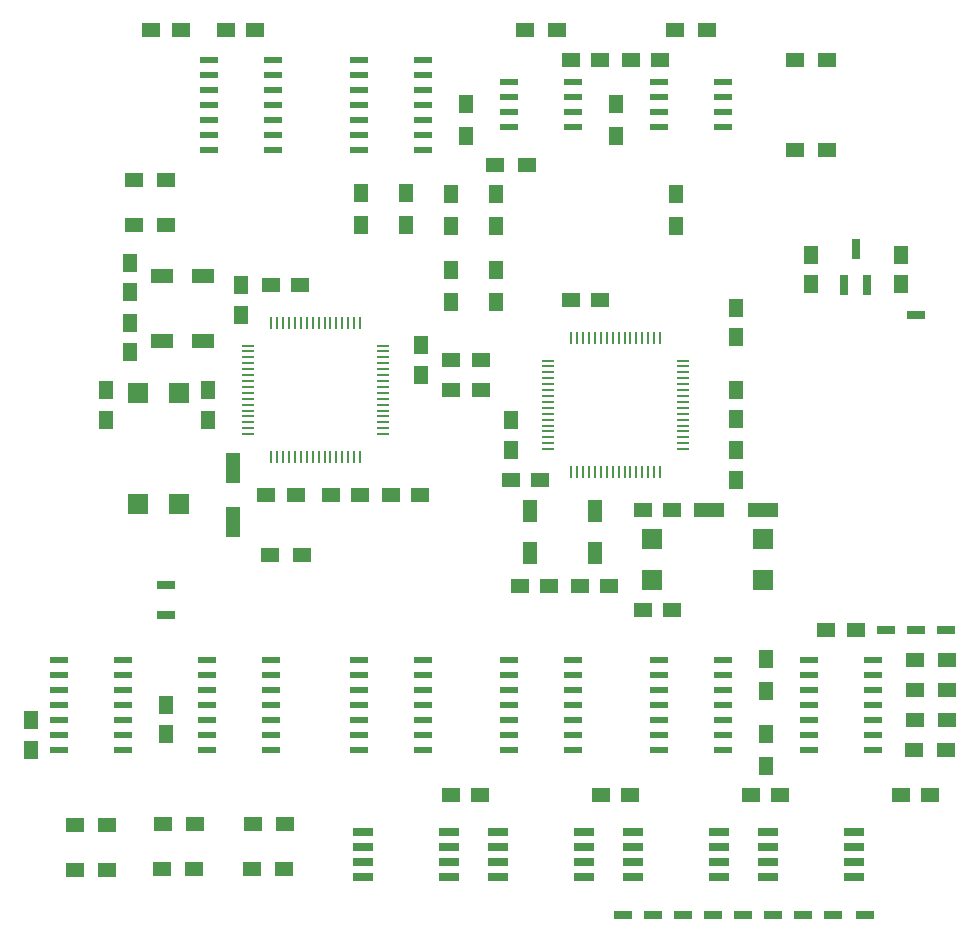
<source format=gtp>
%TF.GenerationSoftware,KiCad,Pcbnew,5.0.0*%
%TF.CreationDate,2018-07-30T09:05:39-05:00*%
%TF.ProjectId,motherboard,6D6F74686572626F6172642E6B696361,rev?*%
%TF.SameCoordinates,Original*%
%TF.FileFunction,Paste,Top*%
%TF.FilePolarity,Positive*%
%FSLAX46Y46*%
G04 Gerber Fmt 4.6, Leading zero omitted, Abs format (unit mm)*
G04 Created by KiCad (PCBNEW 5.0.0) date Mon Jul 30 09:05:39 2018*
%MOMM*%
%LPD*%
G01*
G04 APERTURE LIST*
%ADD10R,1.500000X0.600000*%
%ADD11R,0.250000X1.000000*%
%ADD12R,1.000000X0.250000*%
%ADD13R,1.700000X0.650000*%
%ADD14R,1.550000X0.600000*%
%ADD15R,1.500000X1.300000*%
%ADD16R,1.250000X1.500000*%
%ADD17R,1.600000X0.800000*%
%ADD18R,1.900000X1.300000*%
%ADD19R,1.500000X1.250000*%
%ADD20R,1.198880X2.598420*%
%ADD21R,1.198880X2.600960*%
%ADD22R,2.598420X1.198880*%
%ADD23R,2.600960X1.198880*%
%ADD24R,1.300000X1.500000*%
%ADD25R,0.800100X1.800860*%
%ADD26R,1.800000X1.800000*%
%ADD27R,1.300000X1.900000*%
G04 APERTURE END LIST*
D10*
X162400000Y-116840000D03*
X162400000Y-118110000D03*
X162400000Y-119380000D03*
X162400000Y-120650000D03*
X162400000Y-121920000D03*
X162400000Y-123190000D03*
X162400000Y-124460000D03*
X167800000Y-124460000D03*
X167800000Y-123190000D03*
X167800000Y-121920000D03*
X167800000Y-120650000D03*
X167800000Y-119380000D03*
X167800000Y-118110000D03*
X167800000Y-116840000D03*
D11*
X167700000Y-100950000D03*
X168200000Y-100950000D03*
X168700000Y-100950000D03*
X169200000Y-100950000D03*
X169700000Y-100950000D03*
X170200000Y-100950000D03*
X170700000Y-100950000D03*
X171200000Y-100950000D03*
X171700000Y-100950000D03*
X172200000Y-100950000D03*
X172700000Y-100950000D03*
X173200000Y-100950000D03*
X173700000Y-100950000D03*
X174200000Y-100950000D03*
X174700000Y-100950000D03*
X175200000Y-100950000D03*
D12*
X177150000Y-99000000D03*
X177150000Y-98500000D03*
X177150000Y-98000000D03*
X177150000Y-97500000D03*
X177150000Y-97000000D03*
X177150000Y-96500000D03*
X177150000Y-96000000D03*
X177150000Y-95500000D03*
X177150000Y-95000000D03*
X177150000Y-94500000D03*
X177150000Y-94000000D03*
X177150000Y-93500000D03*
X177150000Y-93000000D03*
X177150000Y-92500000D03*
X177150000Y-92000000D03*
X177150000Y-91500000D03*
D11*
X175200000Y-89550000D03*
X174700000Y-89550000D03*
X174200000Y-89550000D03*
X173700000Y-89550000D03*
X173200000Y-89550000D03*
X172700000Y-89550000D03*
X172200000Y-89550000D03*
X171700000Y-89550000D03*
X171200000Y-89550000D03*
X170700000Y-89550000D03*
X170200000Y-89550000D03*
X169700000Y-89550000D03*
X169200000Y-89550000D03*
X168700000Y-89550000D03*
X168200000Y-89550000D03*
X167700000Y-89550000D03*
D12*
X165750000Y-91500000D03*
X165750000Y-92000000D03*
X165750000Y-92500000D03*
X165750000Y-93000000D03*
X165750000Y-93500000D03*
X165750000Y-94000000D03*
X165750000Y-94500000D03*
X165750000Y-95000000D03*
X165750000Y-95500000D03*
X165750000Y-96000000D03*
X165750000Y-96500000D03*
X165750000Y-97000000D03*
X165750000Y-97500000D03*
X165750000Y-98000000D03*
X165750000Y-98500000D03*
X165750000Y-99000000D03*
D10*
X136840000Y-116840000D03*
X136840000Y-118110000D03*
X136840000Y-119380000D03*
X136840000Y-120650000D03*
X136840000Y-121920000D03*
X136840000Y-123190000D03*
X136840000Y-124460000D03*
X142240000Y-124460000D03*
X142240000Y-123190000D03*
X142240000Y-121920000D03*
X142240000Y-120650000D03*
X142240000Y-119380000D03*
X142240000Y-118110000D03*
X142240000Y-116840000D03*
D13*
X184310000Y-131445000D03*
X184310000Y-132715000D03*
X184310000Y-133985000D03*
X184310000Y-135255000D03*
X191610000Y-135255000D03*
X191610000Y-133985000D03*
X191610000Y-132715000D03*
X191610000Y-131445000D03*
D14*
X175100000Y-67945000D03*
X175100000Y-69215000D03*
X175100000Y-70485000D03*
X175100000Y-71755000D03*
X180500000Y-71755000D03*
X180500000Y-70485000D03*
X180500000Y-69215000D03*
X180500000Y-67945000D03*
X162400000Y-67945000D03*
X162400000Y-69215000D03*
X162400000Y-70485000D03*
X162400000Y-71755000D03*
X167800000Y-71755000D03*
X167800000Y-70485000D03*
X167800000Y-69215000D03*
X167800000Y-67945000D03*
D10*
X149700000Y-66040000D03*
X149700000Y-67310000D03*
X149700000Y-68580000D03*
X149700000Y-69850000D03*
X149700000Y-71120000D03*
X149700000Y-72390000D03*
X149700000Y-73660000D03*
X155100000Y-73660000D03*
X155100000Y-72390000D03*
X155100000Y-71120000D03*
X155100000Y-69850000D03*
X155100000Y-68580000D03*
X155100000Y-67310000D03*
X155100000Y-66040000D03*
D12*
X140350000Y-90230000D03*
X140350000Y-90730000D03*
X140350000Y-91230000D03*
X140350000Y-91730000D03*
X140350000Y-92230000D03*
X140350000Y-92730000D03*
X140350000Y-93230000D03*
X140350000Y-93730000D03*
X140350000Y-94230000D03*
X140350000Y-94730000D03*
X140350000Y-95230000D03*
X140350000Y-95730000D03*
X140350000Y-96230000D03*
X140350000Y-96730000D03*
X140350000Y-97230000D03*
X140350000Y-97730000D03*
D11*
X142300000Y-99680000D03*
X142800000Y-99680000D03*
X143300000Y-99680000D03*
X143800000Y-99680000D03*
X144300000Y-99680000D03*
X144800000Y-99680000D03*
X145300000Y-99680000D03*
X145800000Y-99680000D03*
X146300000Y-99680000D03*
X146800000Y-99680000D03*
X147300000Y-99680000D03*
X147800000Y-99680000D03*
X148300000Y-99680000D03*
X148800000Y-99680000D03*
X149300000Y-99680000D03*
X149800000Y-99680000D03*
D12*
X151750000Y-97730000D03*
X151750000Y-97230000D03*
X151750000Y-96730000D03*
X151750000Y-96230000D03*
X151750000Y-95730000D03*
X151750000Y-95230000D03*
X151750000Y-94730000D03*
X151750000Y-94230000D03*
X151750000Y-93730000D03*
X151750000Y-93230000D03*
X151750000Y-92730000D03*
X151750000Y-92230000D03*
X151750000Y-91730000D03*
X151750000Y-91230000D03*
X151750000Y-90730000D03*
X151750000Y-90230000D03*
D11*
X149800000Y-88280000D03*
X149300000Y-88280000D03*
X148800000Y-88280000D03*
X148300000Y-88280000D03*
X147800000Y-88280000D03*
X147300000Y-88280000D03*
X146800000Y-88280000D03*
X146300000Y-88280000D03*
X145800000Y-88280000D03*
X145300000Y-88280000D03*
X144800000Y-88280000D03*
X144300000Y-88280000D03*
X143800000Y-88280000D03*
X143300000Y-88280000D03*
X142800000Y-88280000D03*
X142300000Y-88280000D03*
D15*
X186610000Y-73660000D03*
X189310000Y-73660000D03*
D16*
X128270000Y-96500000D03*
X128270000Y-94000000D03*
D17*
X189865000Y-138430000D03*
D18*
X136497000Y-84372000D03*
X132997000Y-84372000D03*
X136497000Y-89872000D03*
X132997000Y-89872000D03*
D19*
X172700000Y-128270000D03*
X170200000Y-128270000D03*
D16*
X139700000Y-85110000D03*
X139700000Y-87610000D03*
D19*
X141879000Y-102870000D03*
X144379000Y-102870000D03*
X149840000Y-102870000D03*
X147340000Y-102870000D03*
X154920000Y-102870000D03*
X152420000Y-102870000D03*
D16*
X154940000Y-92690000D03*
X154940000Y-90190000D03*
X130302000Y-85705000D03*
X130302000Y-83205000D03*
X130302000Y-88285000D03*
X130302000Y-90785000D03*
D19*
X144760000Y-85090000D03*
X142260000Y-85090000D03*
D16*
X136906000Y-96500000D03*
X136906000Y-94000000D03*
X187960000Y-85050000D03*
X187960000Y-82550000D03*
X195580000Y-85050000D03*
X195580000Y-82550000D03*
D19*
X162580000Y-101600000D03*
X165080000Y-101600000D03*
D16*
X181610000Y-101580000D03*
X181610000Y-99080000D03*
X181610000Y-87015000D03*
X181610000Y-89515000D03*
X181610000Y-96480000D03*
X181610000Y-93980000D03*
D19*
X170140000Y-86360000D03*
X167640000Y-86360000D03*
X165842000Y-110617000D03*
X163342000Y-110617000D03*
X168422000Y-110617000D03*
X170922000Y-110617000D03*
D16*
X162560000Y-96560000D03*
X162560000Y-99060000D03*
D19*
X176256000Y-112649000D03*
X173756000Y-112649000D03*
X176256000Y-104140000D03*
X173756000Y-104140000D03*
X160000000Y-128270000D03*
X157500000Y-128270000D03*
X185400000Y-128270000D03*
X182900000Y-128270000D03*
X198100000Y-128270000D03*
X195600000Y-128270000D03*
D20*
X139065000Y-100568760D03*
D21*
X139065000Y-105171240D03*
D22*
X179308760Y-104140000D03*
D23*
X183911240Y-104140000D03*
D24*
X176530000Y-80090000D03*
X176530000Y-77390000D03*
D15*
X144860000Y-107950000D03*
X142160000Y-107950000D03*
D24*
X184150000Y-119460000D03*
X184150000Y-116760000D03*
X184150000Y-125810000D03*
X184150000Y-123110000D03*
X161290000Y-86520000D03*
X161290000Y-83820000D03*
X157480000Y-86520000D03*
X157480000Y-83820000D03*
X157480000Y-80090000D03*
X157480000Y-77390000D03*
X153670000Y-80010000D03*
X153670000Y-77310000D03*
X149860000Y-80010000D03*
X149860000Y-77310000D03*
D15*
X125650000Y-134620000D03*
X128350000Y-134620000D03*
X133137137Y-130758947D03*
X135837137Y-130758947D03*
X133057137Y-134568947D03*
X135757137Y-134568947D03*
X140757137Y-130758947D03*
X143457137Y-130758947D03*
X140677137Y-134568947D03*
X143377137Y-134568947D03*
X125650000Y-130810000D03*
X128350000Y-130810000D03*
D24*
X161290000Y-80090000D03*
X161290000Y-77390000D03*
D15*
X186610000Y-66040000D03*
X189310000Y-66040000D03*
D24*
X158750000Y-69770000D03*
X158750000Y-72470000D03*
D15*
X161210000Y-74930000D03*
X163910000Y-74930000D03*
D24*
X171450000Y-69770000D03*
X171450000Y-72470000D03*
D15*
X163750000Y-63500000D03*
X166450000Y-63500000D03*
X179150000Y-63500000D03*
X176450000Y-63500000D03*
D17*
X194310000Y-114300000D03*
X196850000Y-114300000D03*
X199390000Y-114300000D03*
X196850000Y-87630000D03*
X133350000Y-110490000D03*
X133350000Y-113030000D03*
X172085000Y-138430000D03*
X174625000Y-138430000D03*
X184785000Y-138430000D03*
X179705000Y-138430000D03*
X182245000Y-138430000D03*
X177165000Y-138430000D03*
X187325000Y-138430000D03*
X192532000Y-138430000D03*
D25*
X190820000Y-85090000D03*
X192720000Y-85090000D03*
X191770000Y-82087720D03*
D10*
X187800000Y-116840000D03*
X187800000Y-118110000D03*
X187800000Y-119380000D03*
X187800000Y-120650000D03*
X187800000Y-121920000D03*
X187800000Y-123190000D03*
X187800000Y-124460000D03*
X193200000Y-124460000D03*
X193200000Y-123190000D03*
X193200000Y-121920000D03*
X193200000Y-120650000D03*
X193200000Y-119380000D03*
X193200000Y-118110000D03*
X193200000Y-116840000D03*
X137000000Y-66040000D03*
X137000000Y-67310000D03*
X137000000Y-68580000D03*
X137000000Y-69850000D03*
X137000000Y-71120000D03*
X137000000Y-72390000D03*
X137000000Y-73660000D03*
X142400000Y-73660000D03*
X142400000Y-72390000D03*
X142400000Y-71120000D03*
X142400000Y-69850000D03*
X142400000Y-68580000D03*
X142400000Y-67310000D03*
X142400000Y-66040000D03*
X149700000Y-116840000D03*
X149700000Y-118110000D03*
X149700000Y-119380000D03*
X149700000Y-120650000D03*
X149700000Y-121920000D03*
X149700000Y-123190000D03*
X149700000Y-124460000D03*
X155100000Y-124460000D03*
X155100000Y-123190000D03*
X155100000Y-121920000D03*
X155100000Y-120650000D03*
X155100000Y-119380000D03*
X155100000Y-118110000D03*
X155100000Y-116840000D03*
X124300000Y-116840000D03*
X124300000Y-118110000D03*
X124300000Y-119380000D03*
X124300000Y-120650000D03*
X124300000Y-121920000D03*
X124300000Y-123190000D03*
X124300000Y-124460000D03*
X129700000Y-124460000D03*
X129700000Y-123190000D03*
X129700000Y-121920000D03*
X129700000Y-120650000D03*
X129700000Y-119380000D03*
X129700000Y-118110000D03*
X129700000Y-116840000D03*
X175100000Y-116840000D03*
X175100000Y-118110000D03*
X175100000Y-119380000D03*
X175100000Y-120650000D03*
X175100000Y-121920000D03*
X175100000Y-123190000D03*
X175100000Y-124460000D03*
X180500000Y-124460000D03*
X180500000Y-123190000D03*
X180500000Y-121920000D03*
X180500000Y-120650000D03*
X180500000Y-119380000D03*
X180500000Y-118110000D03*
X180500000Y-116840000D03*
D26*
X134465000Y-94233000D03*
X130965000Y-94233000D03*
X134465000Y-103633000D03*
X130965000Y-103633000D03*
D27*
X164172000Y-104267000D03*
X164172000Y-107767000D03*
X169672000Y-104267000D03*
X169672000Y-107767000D03*
D26*
X174497000Y-106581000D03*
X174497000Y-110081000D03*
X183897000Y-106581000D03*
X183897000Y-110081000D03*
D19*
X160020000Y-91440000D03*
X157520000Y-91440000D03*
X157520000Y-93980000D03*
X160020000Y-93980000D03*
X191770000Y-114300000D03*
X189270000Y-114300000D03*
D16*
X121920000Y-121960000D03*
X121920000Y-124460000D03*
D19*
X167660000Y-66040000D03*
X170160000Y-66040000D03*
X175220000Y-66040000D03*
X172720000Y-66040000D03*
D16*
X133350000Y-120650000D03*
X133350000Y-123150000D03*
D15*
X196690000Y-124460000D03*
X199390000Y-124460000D03*
X196770000Y-121920000D03*
X199470000Y-121920000D03*
X196770000Y-119380000D03*
X199470000Y-119380000D03*
X196770000Y-116840000D03*
X199470000Y-116840000D03*
X130650000Y-80010000D03*
X133350000Y-80010000D03*
X130650000Y-76200000D03*
X133350000Y-76200000D03*
D19*
X140930000Y-63500000D03*
X138430000Y-63500000D03*
X132120000Y-63500000D03*
X134620000Y-63500000D03*
D13*
X150020000Y-131445000D03*
X150020000Y-132715000D03*
X150020000Y-133985000D03*
X150020000Y-135255000D03*
X157320000Y-135255000D03*
X157320000Y-133985000D03*
X157320000Y-132715000D03*
X157320000Y-131445000D03*
X161450000Y-131445000D03*
X161450000Y-132715000D03*
X161450000Y-133985000D03*
X161450000Y-135255000D03*
X168750000Y-135255000D03*
X168750000Y-133985000D03*
X168750000Y-132715000D03*
X168750000Y-131445000D03*
X172880000Y-131445000D03*
X172880000Y-132715000D03*
X172880000Y-133985000D03*
X172880000Y-135255000D03*
X180180000Y-135255000D03*
X180180000Y-133985000D03*
X180180000Y-132715000D03*
X180180000Y-131445000D03*
M02*

</source>
